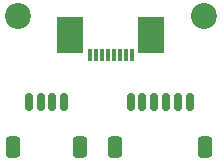
<source format=gbr>
%TF.GenerationSoftware,KiCad,Pcbnew,9.0.4*%
%TF.CreationDate,2025-11-17T08:26:59+00:00*%
%TF.ProjectId,MRF-Pro-v7-breakout-33,4d52462d-5072-46f2-9d76-372d62726561,rev?*%
%TF.SameCoordinates,Original*%
%TF.FileFunction,Soldermask,Top*%
%TF.FilePolarity,Negative*%
%FSLAX46Y46*%
G04 Gerber Fmt 4.6, Leading zero omitted, Abs format (unit mm)*
G04 Created by KiCad (PCBNEW 9.0.4) date 2025-11-17 08:26:59*
%MOMM*%
%LPD*%
G01*
G04 APERTURE LIST*
G04 Aperture macros list*
%AMRoundRect*
0 Rectangle with rounded corners*
0 $1 Rounding radius*
0 $2 $3 $4 $5 $6 $7 $8 $9 X,Y pos of 4 corners*
0 Add a 4 corners polygon primitive as box body*
4,1,4,$2,$3,$4,$5,$6,$7,$8,$9,$2,$3,0*
0 Add four circle primitives for the rounded corners*
1,1,$1+$1,$2,$3*
1,1,$1+$1,$4,$5*
1,1,$1+$1,$6,$7*
1,1,$1+$1,$8,$9*
0 Add four rect primitives between the rounded corners*
20,1,$1+$1,$2,$3,$4,$5,0*
20,1,$1+$1,$4,$5,$6,$7,0*
20,1,$1+$1,$6,$7,$8,$9,0*
20,1,$1+$1,$8,$9,$2,$3,0*%
G04 Aperture macros list end*
%ADD10R,0.300000X1.100000*%
%ADD11R,2.300000X3.100000*%
%ADD12C,2.200000*%
%ADD13RoundRect,0.150000X-0.150000X-0.625000X0.150000X-0.625000X0.150000X0.625000X-0.150000X0.625000X0*%
%ADD14RoundRect,0.250000X-0.350000X-0.650000X0.350000X-0.650000X0.350000X0.650000X-0.350000X0.650000X0*%
G04 APERTURE END LIST*
D10*
%TO.C,J5*%
X129553800Y-128776200D03*
X129053800Y-128776200D03*
X128553800Y-128776200D03*
X128053800Y-128776200D03*
X127553800Y-128776200D03*
X127053800Y-128776200D03*
X126553800Y-128776200D03*
X126053800Y-128776200D03*
D11*
X131223800Y-127076200D03*
X124383800Y-127076200D03*
%TD*%
D12*
%TO.C,REF\u002A\u002A*%
X119964200Y-125476000D03*
%TD*%
D13*
%TO.C,J6*%
X120853200Y-132715000D03*
X121853200Y-132715000D03*
X122853200Y-132715000D03*
X123853200Y-132715000D03*
D14*
X119553200Y-136590000D03*
X125153200Y-136590000D03*
%TD*%
D13*
%TO.C,J7*%
X129470400Y-132715000D03*
X130470400Y-132715000D03*
X131470400Y-132715000D03*
X132470400Y-132715000D03*
X133470400Y-132715000D03*
X134470400Y-132715000D03*
D14*
X128170400Y-136590000D03*
X135770400Y-136590000D03*
%TD*%
D12*
%TO.C,REF\u002A\u002A*%
X135661400Y-125476000D03*
%TD*%
M02*

</source>
